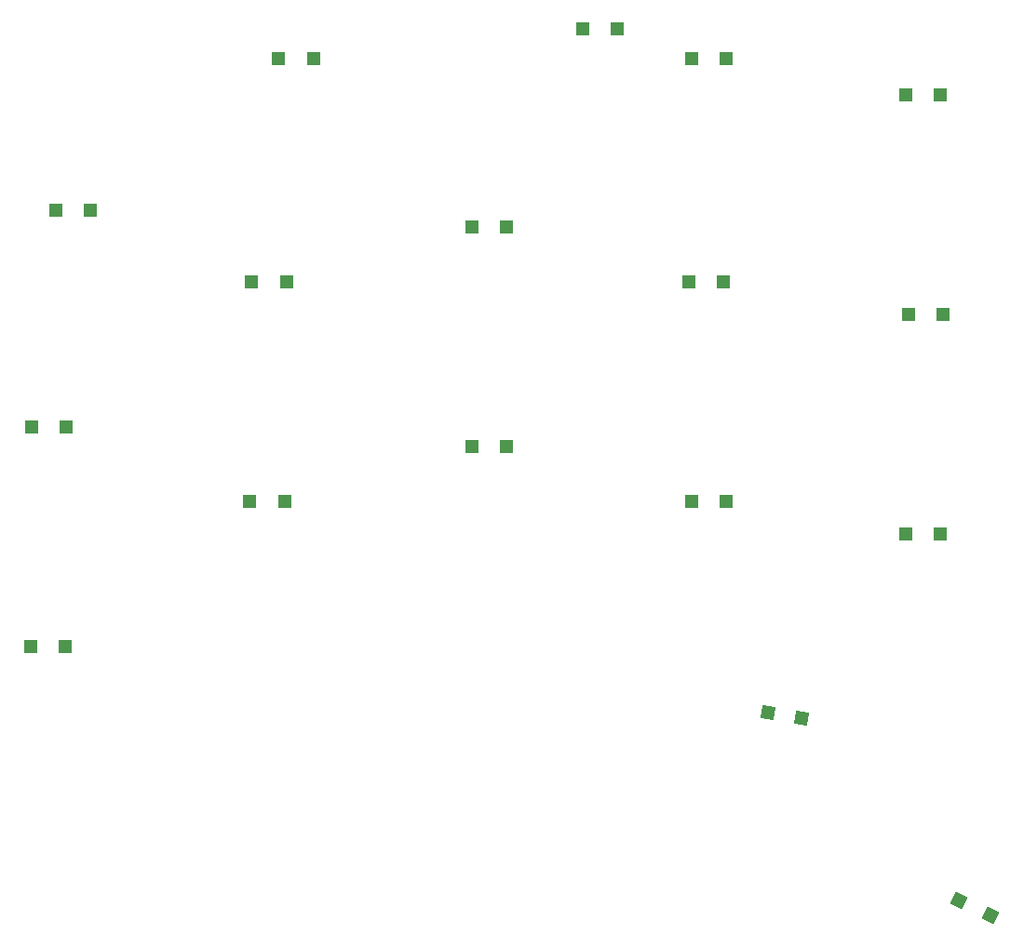
<source format=gbr>
%TF.GenerationSoftware,KiCad,Pcbnew,9.0.2*%
%TF.CreationDate,2025-05-24T14:32:55-04:00*%
%TF.ProjectId,ErgoDecks,4572676f-4465-4636-9b73-2e6b69636164,rev?*%
%TF.SameCoordinates,Original*%
%TF.FileFunction,Paste,Bot*%
%TF.FilePolarity,Positive*%
%FSLAX46Y46*%
G04 Gerber Fmt 4.6, Leading zero omitted, Abs format (unit mm)*
G04 Created by KiCad (PCBNEW 9.0.2) date 2025-05-24 14:32:55*
%MOMM*%
%LPD*%
G01*
G04 APERTURE LIST*
G04 Aperture macros list*
%AMRotRect*
0 Rectangle, with rotation*
0 The origin of the aperture is its center*
0 $1 length*
0 $2 width*
0 $3 Rotation angle, in degrees counterclockwise*
0 Add horizontal line*
21,1,$1,$2,0,0,$3*%
G04 Aperture macros list end*
%ADD10R,1.200000X1.200000*%
%ADD11RotRect,1.200000X1.200000X170.000000*%
%ADD12RotRect,1.200000X1.200000X335.000000*%
G04 APERTURE END LIST*
D10*
%TO.C,D3*%
X28100000Y-110500000D03*
X24950000Y-110500000D03*
%TD*%
%TO.C,D7*%
X78250000Y-54250000D03*
X75100000Y-54250000D03*
%TD*%
%TO.C,D11*%
X87925000Y-77250000D03*
X84775000Y-77250000D03*
%TD*%
%TO.C,D8*%
X68175000Y-72250000D03*
X65025000Y-72250000D03*
%TD*%
%TO.C,D2*%
X28175000Y-90500000D03*
X25025000Y-90500000D03*
%TD*%
%TO.C,D6*%
X48000000Y-97250000D03*
X44850000Y-97250000D03*
%TD*%
%TO.C,D15*%
X107675000Y-100250000D03*
X104525000Y-100250000D03*
%TD*%
%TO.C,D13*%
X107675000Y-60250000D03*
X104525000Y-60250000D03*
%TD*%
%TO.C,D10*%
X88175000Y-57000000D03*
X85025000Y-57000000D03*
%TD*%
%TO.C,D12*%
X88175000Y-97250000D03*
X85025000Y-97250000D03*
%TD*%
D11*
%TO.C,D16*%
X95051072Y-117023496D03*
X91948928Y-116476504D03*
%TD*%
D10*
%TO.C,D9*%
X68175000Y-92250000D03*
X65025000Y-92250000D03*
%TD*%
D12*
%TO.C,D17*%
X109322565Y-133584376D03*
X112177435Y-134915624D03*
%TD*%
D10*
%TO.C,D1*%
X30375000Y-70750000D03*
X27225000Y-70750000D03*
%TD*%
%TO.C,D5*%
X48175000Y-77250000D03*
X45025000Y-77250000D03*
%TD*%
%TO.C,D4*%
X50625000Y-57000000D03*
X47475000Y-57000000D03*
%TD*%
%TO.C,D14*%
X107925000Y-80250000D03*
X104775000Y-80250000D03*
%TD*%
M02*

</source>
